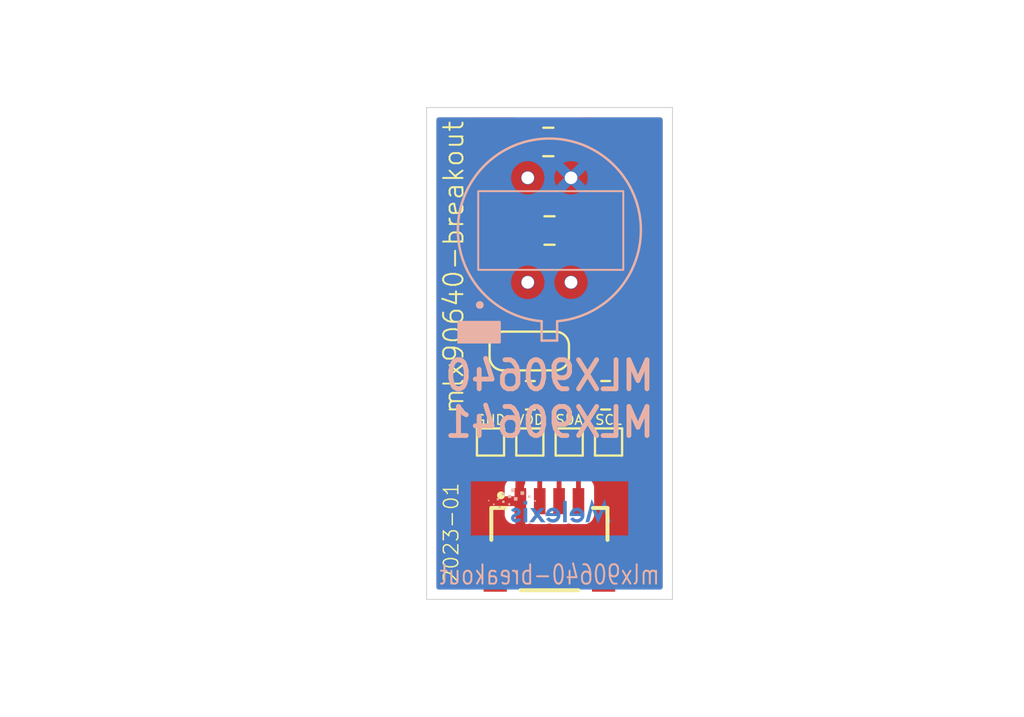
<source format=kicad_pcb>
(kicad_pcb (version 20211014) (generator pcbnew)
  (layers (0 "F.Cu" signal) (31 "B.Cu" signal) (34 "B.Paste" user) (35 "F.Paste" user) (36 "B.SilkS" user "B.Silkscreen") (37 "F.SilkS" user "F.Silkscreen") (38 "B.Mask" user) (39 "F.Mask" user) (44 "Edge.Cuts" user))
  (net 0 "")
  (net 1 "/VDD")
  (net 2 "/SDA")
  (net 3 "/SCL")
  (net 4 "/GND")
  (net 5 "Net-(JP1-Pad1)")
  (net 6 "Net-(JP1-Pad3)")
  (footprint "Resistor_SMD:R_0805_2012Metric" (layer "F.Cu") (at 113.847499 72.959001)
    (fp_text reference "R1" hide)
    (fp_text value "4K7")
    (fp_line (start -0.227064 -0.735) (end 0.227064 -0.735) (layer "F.SilkS") (width 0.12))
    (fp_line (start -0.227064 0.735) (end 0.227064 0.735) (layer "F.SilkS") (width 0.12))
    (pad "1" smd roundrect (at -0.9125 0) (size 1.025 1.4) (layers "F.Cu" "F.Paste" "F.Mask") (roundrect_rratio 0.243902439) (net 6 "Net-(JP1-Pad3)"))
    (pad "2" smd roundrect (at 0.9125 0) (size 1.025 1.4) (layers "F.Cu" "F.Paste" "F.Mask") (roundrect_rratio 0.243902439) (net 3 "/SCL"))
  )
  (footprint "TestPoint:TestPoint_Pad_1.0x1.0mm" (layer "F.Cu") (at 113.997999 75.372001)
    (fp_text reference "SCL" (at 0 -1.143) (layer "F.SilkS") (effects (font (size 0.5 0.5) (thickness 0.075))))
    (fp_text value "TestPoint")
    (fp_line (start 0.7 -0.7) (end 0.7 0.7) (layer "F.SilkS") (width 0.12))
    (fp_line (start 0.7 0.7) (end -0.7 0.7) (layer "F.SilkS") (width 0.12))
    (fp_line (start -0.7 0.7) (end -0.7 -0.7) (layer "F.SilkS") (width 0.12))
    (fp_line (start -0.7 -0.7) (end 0.7 -0.7) (layer "F.SilkS") (width 0.12))
    (pad "1" smd rect (at 0 0) (size 1 1) (layers "F.Cu" "F.Mask") (net 3 "/SCL"))
  )
  (footprint "TestPoint:TestPoint_Pad_1.0x1.0mm" (layer "F.Cu") (at 107.901999 75.372001)
    (fp_text reference "GND" (at 0 -1.143) (layer "F.SilkS") (effects (font (size 0.5 0.5) (thickness 0.075))))
    (fp_text value "TestPoint")
    (fp_line (start 0.7 0.7) (end -0.7 0.7) (layer "F.SilkS") (width 0.12))
    (fp_line (start 0.7 -0.7) (end 0.7 0.7) (layer "F.SilkS") (width 0.12))
    (fp_line (start -0.7 -0.7) (end 0.7 -0.7) (layer "F.SilkS") (width 0.12))
    (fp_line (start -0.7 0.7) (end -0.7 -0.7) (layer "F.SilkS") (width 0.12))
    (pad "1" smd rect (at 0 0) (size 1 1) (layers "F.Cu" "F.Mask") (net 4 "/GND"))
  )
  (footprint "Resistor_SMD:R_0805_2012Metric" (layer "F.Cu") (at 109.957499 72.959001)
    (fp_text reference "R2" hide)
    (fp_text value "4K7")
    (fp_line (start -0.227064 0.735) (end 0.227064 0.735) (layer "F.SilkS") (width 0.12))
    (fp_line (start -0.227064 -0.735) (end 0.227064 -0.735) (layer "F.SilkS") (width 0.12))
    (pad "1" smd roundrect (at -0.9125 0) (size 1.025 1.4) (layers "F.Cu" "F.Paste" "F.Mask") (roundrect_rratio 0.243902439) (net 5 "Net-(JP1-Pad1)"))
    (pad "2" smd roundrect (at 0.9125 0) (size 1.025 1.4) (layers "F.Cu" "F.Paste" "F.Mask") (roundrect_rratio 0.243902439) (net 2 "/SDA"))
  )
  (footprint "Capacitor_SMD:C_0805_2012Metric" (layer "F.Cu") (at 110.888999 59.878001)
    (fp_text reference "C1" hide)
    (fp_text value "100n")
    (fp_line (start -0.261252 -0.735) (end 0.261252 -0.735) (layer "F.SilkS") (width 0.12))
    (fp_line (start -0.261252 0.735) (end 0.261252 0.735) (layer "F.SilkS") (width 0.12))
    (pad "1" smd roundrect (at -0.95 0) (size 1 1.45) (layers "F.Cu" "F.Paste" "F.Mask") (net 1 "/VDD"))
    (pad "2" smd roundrect (at 0.95 0) (size 1 1.45) (layers "F.Cu" "F.Paste" "F.Mask") (net 4 "/GND"))
  )
  (footprint "melexis-temperature:QWIIC_STEMMA_QT" (layer "F.Cu") (at 110.943999 78.428001)
    (fp_text reference "J1" hide)
    (fp_text value "Conn_01x04_Male")
    (fp_line (start -3 2) (end -3 0.35) (layer "F.SilkS") (width 0.2032))
    (fp_line (start 3 0.35) (end 3 2) (layer "F.SilkS") (width 0.2032))
    (fp_line (start -3 0.35) (end -2.25 0.35) (layer "F.SilkS") (width 0.2032))
    (fp_line (start -1.5 4.6) (end 1.5 4.6) (layer "F.SilkS") (width 0.2032))
    (fp_line (start 2.25 0.35) (end 3 0.35) (layer "F.SilkS") (width 0.2032))
    (fp_circle (center -2.5 -0.3) (end -2.3984 -0.3) (layer "F.SilkS") (width 0.2032) (fill none))
    (pad "1" smd rect (at -1.5 0) (size 0.6 1.35) (layers "F.Cu" "F.Paste" "F.Mask") (net 4 "/GND"))
    (pad "2" smd rect (at -0.5 0) (size 0.6 1.35) (layers "F.Cu" "F.Paste" "F.Mask") (net 1 "/VDD"))
    (pad "3" smd rect (at 0.5 0) (size 0.6 1.35) (layers "F.Cu" "F.Paste" "F.Mask") (net 2 "/SDA"))
    (pad "4" smd rect (at 1.5 0) (size 0.6 1.35) (layers "F.Cu" "F.Paste" "F.Mask") (net 3 "/SCL"))
    (pad "NC1" smd rect (at 2.8 3.675) (size 1.2 2) (layers "F.Cu" "F.Paste" "F.Mask") (net 4 "/GND"))
    (pad "NC2" smd rect (at -2.8 3.675) (size 1.2 2) (layers "F.Cu" "F.Paste" "F.Mask") (net 4 "/GND"))
  )
  (footprint "TestPoint:TestPoint_Pad_1.0x1.0mm" (layer "F.Cu") (at 109.933999 75.372001)
    (fp_text reference "VDD" (at 0 -1.143) (layer "F.SilkS") (effects (font (size 0.5 0.5) (thickness 0.075))))
    (fp_text value "TestPoint")
    (fp_line (start 0.7 -0.7) (end 0.7 0.7) (layer "F.SilkS") (width 0.12))
    (fp_line (start 0.7 0.7) (end -0.7 0.7) (layer "F.SilkS") (width 0.12))
    (fp_line (start -0.7 0.7) (end -0.7 -0.7) (layer "F.SilkS") (width 0.12))
    (fp_line (start -0.7 -0.7) (end 0.7 -0.7) (layer "F.SilkS") (width 0.12))
    (pad "1" smd rect (at 0 0) (size 1 1) (layers "F.Cu" "F.Mask") (net 1 "/VDD"))
  )
  (footprint "my_footprints:mlx_logo_back" (layer "F.Cu") (at 110.939769 78.92903)
    (fp_text reference "G***" hide)
    (fp_text value "LOGO" hide)
    (fp_poly (pts (xy 0.89408 0.5842) (xy 0.71628 0.5842) (xy 0.71628 -0.508) (xy 0.89408 -0.508) (xy 0.89408 0.5842)) (layer "B.Cu") (width 0.01) (fill solid))
    (fp_poly (pts (xy -1.14808 -0.3302) (xy -1.33096 -0.3302) (xy -1.33096 -0.508) (xy -1.14808 -0.508) (xy -1.14808 -0.3302)) (layer "B.Cu") (width 0.01) (fill solid))
    (fp_poly (pts (xy -0.273195 -0.12319) (xy -0.322273 -0.060622) (xy -0.365166 -0.005698) (xy -0.402074 0.041844) (xy -0.433193 0.082264) (xy -0.458721 0.115824) (xy -0.478856 0.142786) (xy -0.493796 0.163412) (xy -0.503738 0.177962) (xy -0.508879 0.186698) (xy -0.509658 0.189698) (xy -0.505953 0.194814) (xy -0.496686 0.207169) (xy -0.48248 0.225944) (xy -0.463959 0.25032) (xy -0.441747 0.279476) (xy -0.416468 0.312592) (xy -0.388745 0.348849) (xy -0.361058 0.385006) (xy -0.33167 0.423412) (xy -0.304204 0.459413) (xy -0.279274 0.492196) (xy -0.257497 0.520947) (xy -0.239485 0.544852) (xy -0.225855 0.563098) (xy -0.217221 0.574872) (xy -0.214207 0.579316) (xy -0.218519 0.581011) (xy -0.232231 0.582382) (xy -0.254586 0.583394) (xy -0.284828 0.584011) (xy -0.318731 0.5842) (xy -0.424949 0.5842) (xy -0.518545 0.463835) (xy -0.542301 0.433278) (xy -0.564188 0.405111) (xy -0.583386 0.380393) (xy -0.599073 0.36018) (xy -0.61043 0.345528) (xy -0.616636 0.337496) (xy -0.617406 0.336488) (xy -0.620285 0.336212) (xy -0.625896 0.340275) (xy -0.634768 0.349291) (xy -0.647428 0.363876) (xy -0.664405 0.384643) (xy -0.686229 0.412208) (xy -0.713427 0.447186) (xy -0.72089 0.456852) (xy -0.819108 0.5842) (xy -0.925174 0.5842) (xy -0.956754 0.584026) (xy -0.984582 0.583541) (xy -1.00717 0.582798) (xy -1.023033 0.581851) (xy -1.030683 0.580752) (xy -1.031155 0.58039) (xy -1.028134 0.575721) (xy -1.019504 0.563802) (xy -1.005866 0.545428) (xy -0.987816 0.521392) (xy -0.965955 0.492488) (xy -0.94088 0.45951) (xy -0.91319 0.423251) (xy -0.883485 0.384507) (xy -0.881369 0.381753) (xy -0.846652 0.336498) (xy -0.817713 0.298583) (xy -0.794079 0.267336) (xy -0.775279 0.242087) (xy -0.760839 0.222165) (xy -0.750287 0.2069) (xy -0.743151 0.195621) (xy -0.738957 0.187657) (xy -0.737233 0.182339) (xy -0.737508 0.178994) (xy -0.737944 0.178226) (xy -0.742384 0.172347) (xy -0.752313 0.159368) (xy -0.767008 0.14023) (xy -0.785747 0.115871) (xy -0.807806 0.087232) (xy -0.832462 0.055253) (xy -0.858993 0.020872) (xy -0.86233 0.016548) (xy -0.888755 -0.017751) (xy -0.91312 -0.049518) (xy -0.934748 -0.077861) (xy -0.952963 -0.101887) (xy -0.967088 -0.120702) (xy -0.976447 -0.133415) (xy -0.980364 -0.139131) (xy -0.98044 -0.139335) (xy -0.975607 -0.140184) (xy -0.962088 -0.140916) (xy -0.941361 -0.141495) (xy -0.9149 -0.141883) (xy -0.88418 -0.142043) (xy -0.87249 -0.142038) (xy -0.76454 -0.141836) (xy -0.69596 -0.050901) (xy -0.676076 -0.024666) (xy -0.65823 -0.001372) (xy -0.643323 0.017827) (xy -0.632258 0.031772) (xy -0.625936 0.039309) (xy -0.62484 0.040313) (xy -0.621129 0.036564) (xy -0.612117 0.0259) (xy -0.598713 0.009447) (xy -0.581831 -0.01167) (xy -0.56238 -0.036327) (xy -0.55118 -0.050651) (xy -0.48006 -0.141894) (xy -0.369144 -0.142067) (xy -0.258227 -0.14224) (xy -0.273195 -0.12319)) (layer "B.Cu") (width 0.01) (fill solid))
    (fp_poly (pts (xy 2.86263 -0.593453) (xy 2.862972 -0.593122) (xy 2.864557 -0.587983) (xy 2.868556 -0.573622) (xy 2.874806 -0.550643) (xy 2.883148 -0.519654) (xy 2.89342 -0.48126) (xy 2.90546 -0.436067) (xy 2.919109 -0.38468) (xy 2.934205 -0.327705) (xy 2.950586 -0.265749) (xy 2.968093 -0.199418) (xy 2.986564 -0.129316) (xy 3.005838 -0.05605) (xy 3.019387 -0.00448) (xy 3.173301 0.58166) (xy 3.086898 0.583053) (xy 3.058241 0.583292) (xy 3.033189 0.583076) (xy 3.013479 0.582455) (xy 3.000848 0.581479) (xy 2.997037 0.580513) (xy 2.995191 0.575039) (xy 2.991024 0.560559) (xy 2.984759 0.537906) (xy 2.976617 0.507911) (xy 2.966823 0.471405) (xy 2.955598 0.42922) (xy 2.943165 0.382186) (xy 2.929747 0.331136) (xy 2.915567 0.276901) (xy 2.910593 0.25781) (xy 2.896232 0.20281) (xy 2.882573 0.150816) (xy 2.869836 0.102645) (xy 2.858241 0.059114) (xy 2.848008 0.021043) (xy 2.839359 -0.010753) (xy 2.832512 -0.035454) (xy 2.827688 -0.052243) (xy 2.825107 -0.060302) (xy 2.824773 -0.060909) (xy 2.822402 -0.056334) (xy 2.816426 -0.043109) (xy 2.807156 -0.02196) (xy 2.794901 0.006388) (xy 2.779971 0.041209) (xy 2.762677 0.081778) (xy 2.743329 0.127368) (xy 2.722236 0.177255) (xy 2.699709 0.230712) (xy 2.676058 0.287014) (xy 2.674817 0.289974) (xy 2.651089 0.346471) (xy 2.628449 0.400211) (xy 2.607209 0.450463) (xy 2.587683 0.496495) (xy 2.570183 0.537574) (xy 2.555021 0.57297) (xy 2.54251 0.601949) (xy 2.532962 0.623782) (xy 2.526691 0.637735) (xy 2.524009 0.643077) (xy 2.523978 0.643103) (xy 2.519988 0.6403) (xy 2.51405 0.630586) (xy 2.510785 0.62369) (xy 2.507261 0.615449) (xy 2.500138 0.598656) (xy 2.48976 0.574123) (xy 2.47647 0.54266) (xy 2.46061 0.505081) (xy 2.442522 0.462196) (xy 2.42255 0.41482) (xy 2.401036 0.363762) (xy 2.378323 0.309835) (xy 2.361905 0.270842) (xy 2.331184 0.198097) (xy 2.304221 0.134733) (xy 2.280994 0.080699) (xy 2.26148 0.035948) (xy 2.245657 0.000427) (xy 2.233504 -0.025911) (xy 2.224998 -0.043118) (xy 2.220117 -0.051242) (xy 2.2189 -0.051738) (xy 2.217014 -0.045396) (xy 2.21283 -0.030094) (xy 2.206579 -0.006713) (xy 2.198493 0.023867) (xy 2.188802 0.060766) (xy 2.177738 0.103102) (xy 2.165531 0.149997) (xy 2.152414 0.200569) (xy 2.138618 0.253938) (xy 2.138602 0.254) (xy 2.124739 0.307655) (xy 2.111512 0.358739) (xy 2.099157 0.40634) (xy 2.087914 0.449546) (xy 2.078021 0.487446) (xy 2.069714 0.51913) (xy 2.063232 0.543685) (xy 2.058812 0.5602) (xy 2.056717 0.56769) (xy 2.051532 0.5842) (xy 1.874326 0.5842) (xy 1.877207 0.57277) (xy 1.885965 0.538305) (xy 1.89649 0.497364) (xy 1.908593 0.450665) (xy 1.922079 0.398924) (xy 1.936759 0.342861) (xy 1.952441 0.283193) (xy 1.968932 0.220637) (xy 1.986042 0.155912) (xy 2.003578 0.089735) (xy 2.021349 0.022824) (xy 2.039163 -0.044102) (xy 2.056829 -0.110327) (xy 2.074155 -0.175132) (xy 2.090949 -0.237799) (xy 2.10702 -0.297611) (xy 2.122177 -0.35385) (xy 2.136226 -0.405798) (xy 2.148978 -0.452737) (xy 2.160239 -0.49395) (xy 2.169819 -0.528718) (xy 2.177526 -0.556323) (xy 2.183169 -0.576048) (xy 2.186555 -0.587176) (xy 2.187484 -0.589463) (xy 2.190086 -0.584521) (xy 2.196291 -0.570887) (xy 2.205806 -0.54925) (xy 2.218335 -0.520299) (xy 2.233586 -0.484725) (xy 2.251263 -0.443218) (xy 2.271073 -0.396468) (xy 2.292722 -0.345163) (xy 2.315915 -0.289995) (xy 2.340359 -0.231653) (xy 2.356923 -0.19201) (xy 2.381971 -0.132127) (xy 2.405935 -0.075089) (xy 2.428523 -0.021574) (xy 2.449446 0.027744) (xy 2.468413 0.072187) (xy 2.485135 0.11108) (xy 2.49932 0.143748) (xy 2.510679 0.169513) (xy 2.518921 0.1877) (xy 2.523757 0.197633) (xy 2.524948 0.199332) (xy 2.527356 0.194162) (xy 2.533378 0.180336) (xy 2.54271 0.15857) (xy 2.555048 0.129582) (xy 2.57009 0.09409) (xy 2.58753 0.052811) (xy 2.607067 0.006464) (xy 2.628396 -0.044235) (xy 2.651215 -0.098568) (xy 2.675218 -0.155817) (xy 2.682298 -0.17272) (xy 2.712694 -0.245304) (xy 2.739408 -0.309081) (xy 2.762681 -0.364616) (xy 2.782758 -0.412474) (xy 2.79988 -0.453219) (xy 2.81429 -0.487415) (xy 2.826232 -0.515629) (xy 2.835946 -0.538423) (xy 2.843677 -0.556363) (xy 2.849667 -0.570014) (xy 2.854158 -0.579939) (xy 2.857394 -0.586704) (xy 2.859616 -0.590873) (xy 2.861068 -0.593011) (xy 2.861991 -0.593683) (xy 2.86263 -0.593453)) (layer "B.Cu") (width 0.01) (fill solid))
    (fp_poly (pts (xy -1.685282 -0.158374) (xy -1.65505 -0.154048) (xy -1.628072 -0.145725) (xy -1.600995 -0.132413) (xy -1.574833 -0.116055) (xy -1.541852 -0.088537) (xy -1.516175 -0.055792) (xy -1.497935 -0.019235) (xy -1.487263 0.019721) (xy -1.48429 0.059663) (xy -1.489148 0.099175) (xy -1.50197 0.136845) (xy -1.522885 0.171259) (xy -1.545809 0.195739) (xy -1.554275 0.20285) (xy -1.563785 0.209868) (xy -1.575375 0.217349) (xy -1.590081 0.22585) (xy -1.60894 0.235926) (xy -1.632988 0.248134) (xy -1.663263 0.26303) (xy -1.7008 0.281169) (xy -1.740621 0.300235) (xy -1.773809 0.318483) (xy -1.796881 0.33674) (xy -1.809881 0.355094) (xy -1.812853 0.373632) (xy -1.805841 0.39244) (xy -1.794396 0.406439) (xy -1.769466 0.424601) (xy -1.74046 0.434374) (xy -1.708891 0.435855) (xy -1.676272 0.42914) (xy -1.644115 0.414326) (xy -1.618007 0.395202) (xy -1.594129 0.374183) (xy -1.527315 0.406703) (xy -1.503308 0.418478) (xy -1.482491 0.42886) (xy -1.466616 0.436961) (xy -1.45743 0.441897) (xy -1.456011 0.442795) (xy -1.45612 0.448717) (xy -1.46227 0.460125) (xy -1.473231 0.475406) (xy -1.487774 0.49295) (xy -1.50467 0.511144) (xy -1.518115 0.524219) (xy -1.5601 0.556694) (xy -1.606402 0.581) (xy -1.655585 0.59674) (xy -1.706208 0.603517) (xy -1.756835 0.600932) (xy -1.779804 0.596473) (xy -1.82227 0.581668) (xy -1.862931 0.558997) (xy -1.899712 0.530088) (xy -1.930536 0.496566) (xy -1.952906 0.460919) (xy -1.967404 0.421451) (xy -1.974115 0.3798) (xy -1.972518 0.339375) (xy -1.971937 0.335847) (xy -1.961736 0.297969) (xy -1.944748 0.263508) (xy -1.920376 0.231891) (xy -1.888023 0.202543) (xy -1.847091 0.17489) (xy -1.796983 0.148357) (xy -1.759514 0.131568) (xy -1.721888 0.114771) (xy -1.693248 0.099807) (xy -1.672733 0.086021) (xy -1.659478 0.072755) (xy -1.652622 0.059355) (xy -1.651162 0.049196) (xy -1.654124 0.030798) (xy -1.663979 0.017688) (xy -1.681464 0.009414) (xy -1.707313 0.005523) (xy -1.723042 0.00508) (xy -1.74513 0.006453) (xy -1.765568 0.011249) (xy -1.787116 0.020476) (xy -1.812534 0.035146) (xy -1.822407 0.041461) (xy -1.854114 0.062097) (xy -1.905432 0.017078) (xy -1.925378 -0.000351) (xy -1.943378 -0.015953) (xy -1.957639 -0.028184) (xy -1.96637 -0.035498) (xy -1.967161 -0.03613) (xy -1.971924 -0.040441) (xy -1.972871 -0.04457) (xy -1.968914 -0.050193) (xy -1.958965 -0.058987) (xy -1.945097 -0.070118) (xy -1.909326 -0.096021) (xy -1.870436 -0.119899) (xy -1.832155 -0.139576) (xy -1.810606 -0.148621) (xy -1.794708 -0.153881) (xy -1.778792 -0.157232) (xy -1.759899 -0.159043) (xy -1.735072 -0.159687) (xy -1.72212 -0.159697) (xy -1.685282 -0.158374)) (layer "B.Cu") (width 0.01) (fill solid))
    (fp_poly (pts (xy 0.226121 -0.161346) (xy 0.247428 -0.158881) (xy 0.270333 -0.154299) (xy 0.276162 -0.15293) (xy 0.333196 -0.134188) (xy 0.386253 -0.106657) (xy 0.434415 -0.071237) (xy 0.47676 -0.028827) (xy 0.512369 0.019672) (xy 0.540322 0.07336) (xy 0.557286 0.12208) (xy 0.563155 0.152951) (xy 0.56624 0.190231) (xy 0.566586 0.230572) (xy 0.564239 0.270623) (xy 0.559243 0.307037) (xy 0.554523 0.327431) (xy 0.533057 0.385059) (xy 0.503271 0.437724) (xy 0.465982 0.484619) (xy 0.422004 0.524936) (xy 0.372154 0.557869) (xy 0.317247 0.582613) (xy 0.28702 0.591961) (xy 0.258274 0.597426) (xy 0.223166 0.600925) (xy 0.185323 0.602356) (xy 0.148369 0.601615) (xy 0.115931 0.598598) (xy 0.10695 0.597107) (xy 0.05025 0.582065) (xy -0.004158 0.559421) (xy -0.054566 0.530213) (xy -0.099264 0.49548) (xy -0.136544 0.456261) (xy -0.146545 0.443049) (xy -0.157786 0.427263) (xy -0.097943 0.382224) (xy -0.076296 0.365998) (xy -0.057209 0.351815) (xy -0.042308 0.340873) (xy -0.033217 0.334371) (xy -0.031544 0.333265) (xy -0.024277 0.334789) (xy -0.011203 0.344467) (xy 0.007551 0.362205) (xy 0.007809 0.362465) (xy 0.044957 0.394276) (xy 0.084553 0.4167) (xy 0.127981 0.430453) (xy 0.144579 0.433385) (xy 0.190654 0.435631) (xy 0.2352 0.429448) (xy 0.276823 0.4155) (xy 0.31413 0.394449) (xy 0.345727 0.366958) (xy 0.370221 0.33369) (xy 0.375574 0.323518) (xy 0.383925 0.305216) (xy 0.390664 0.28856) (xy 0.39406 0.27813) (xy 0.397341 0.26416) (xy -0.194242 0.26416) (xy -0.190719 0.21971) (xy -0.183046 0.157432) (xy -0.172387 0.112216) (xy 0.01016 0.112216) (xy 0.015087 0.113364) (xy 0.029258 0.114387) (xy 0.051757 0.115263) (xy 0.08167 0.115969) (xy 0.11808 0.11648) (xy 0.160072 0.116775) (xy 0.19317 0.11684) (xy 0.37618 0.11684) (xy 0.368589 0.10216) (xy 0.356757 0.084975) (xy 0.339024 0.065772) (xy 0.318408 0.047394) (xy 0.29793 0.032685) (xy 0.29019 0.028333) (xy 0.249187 0.012939) (xy 0.205757 0.006075) (xy 0.161971 0.007644) (xy 0.119901 0.017548) (xy 0.081618 0.035692) (xy 0.077632 0.038249) (xy 0.063529 0.049117) (xy 0.048023 0.063451) (xy 0.033034 0.079145) (xy 0.020482 0.094093) (xy 0.01229 0.10619) (xy 0.01016 0.112216) (xy -0.172387 0.112216) (xy -0.170126 0.102626) (xy -0.151281 0.05369) (xy -0.125834 0.009021) (xy -0.093107 -0.032982) (xy -0.0762 -0.051057) (xy -0.031079 -0.09115) (xy 0.016625 -0.121771) (xy 0.06799 -0.143398) (xy 0.124093 -0.156506) (xy 0.17272 -0.161162) (xy 0.202517 -0.162003) (xy 0.226121 -0.161346)) (layer "B.Cu") (width 0.01) (fill solid))
    (fp_poly (pts (xy 1.498191 -0.157036) (xy 1.50622 -0.155514) (xy 1.560219 -0.139538) (xy 1.612535 -0.114662) (xy 1.661141 -0.082141) (xy 1.70401 -0.043229) (xy 1.723078 -0.021245) (xy 1.756934 0.027075) (xy 1.781525 0.07587) (xy 1.797627 0.127165) (xy 1.806016 0.182989) (xy 1.807011 0.19812) (xy 1.805929 0.262403) (xy 1.795818 0.322175) (xy 1.77649 0.377937) (xy 1.747754 0.430189) (xy 1.70942 0.479434) (xy 1.694069 0.495678) (xy 1.67219 0.516853) (xy 1.653039 0.532692) (xy 1.633025 0.545815) (xy 1.608556 0.558841) (xy 1.605169 0.560513) (xy 1.581121 0.571606) (xy 1.556544 0.581768) (xy 1.535203 0.589489) (xy 1.52654 0.592063) (xy 1.497064 0.597591) (xy 1.461275 0.601061) (xy 1.422827 0.602375) (xy 1.385374 0.601436) (xy 1.352573 0.598145) (xy 1.345359 0.596912) (xy 1.282185 0.579925) (xy 1.223284 0.553872) (xy 1.201265 0.541088) (xy 1.177404 0.524361) (xy 1.151538 0.50321) (xy 1.126475 0.480184) (xy 1.105019 0.457833) (xy 1.092243 0.442021) (xy 1.082029 0.427676) (xy 1.141724 0.382384) (xy 1.163328 0.366066) (xy 1.182397 0.3518) (xy 1.197305 0.340791) (xy 1.206428 0.334244) (xy 1.208121 0.333128) (xy 1.215267 0.334517) (xy 1.228348 0.343738) (xy 1.247493 0.360884) (xy 1.252095 0.365305) (xy 1.28455 0.393374) (xy 1.316449 0.41326) (xy 1.350557 0.42638) (xy 1.385105 0.43353) (xy 1.432848 0.435815) (xy 1.478403 0.429092) (xy 1.520604 0.413935) (xy 1.558288 0.390915) (xy 1.59029 0.360606) (xy 1.615447 0.32358) (xy 1.617769 0.319076) (xy 1.623896 0.307524) (xy 1.629348 0.297699) (xy 1.633434 0.289463) (xy 1.635463 0.282677) (xy 1.634745 0.277203) (xy 1.630587 0.272902) (xy 1.622299 0.269636) (xy 1.60919 0.267266) (xy 1.590569 0.265655) (xy 1.565744 0.264663) (xy 1.534026 0.264153) (xy 1.494723 0.263985) (xy 1.447143 0.264021) (xy 1.390597 0.264123) (xy 1.34366 0.26416) (xy 1.28175 0.264145) (xy 1.229231 0.264086) (xy 1.185332 0.263959) (xy 1.149283 0.263741) (xy 1.120313 0.263409) (xy 1.097653 0.262938) (xy 1.080533 0.262306) (xy 1.068182 0.261489) (xy 1.059832 0.260464) (xy 1.05471 0.259208) (xy 1.052048 0.257696) (xy 1.051076 0.255906) (xy 1.050996 0.25527) (xy 1.051745 0.19228) (xy 1.061716 0.131667) (xy 1.067617 0.113491) (xy 1.24968 0.113491) (xy 1.254571 0.114259) (xy 1.268488 0.114966) (xy 1.290298 0.115589) (xy 1.318868 0.116109) (xy 1.353064 0.116505) (xy 1.391752 0.116755) (xy 1.43256 0.11684) (xy 1.474526 0.116756) (xy 1.513101 0.116518) (xy 1.547152 0.116144) (xy 1.575544 0.115656) (xy 1.597144 0.11507) (xy 1.610819 0.114408) (xy 1.61544 0.11371) (xy 1.612245 0.106611) (xy 1.603994 0.094663) (xy 1.592686 0.080329) (xy 1.580319 0.06607) (xy 1.568895 0.05435) (xy 1.563392 0.049613) (xy 1.52529 0.026382) (xy 1.484406 0.011743) (xy 1.442187 0.005534) (xy 1.400081 0.007589) (xy 1.359534 0.017744) (xy 1.321994 0.035835) (xy 1.288909 0.061697) (xy 1.270251 0.082896) (xy 1.259846 0.09714) (xy 1.252448 0.108152) (xy 1.24968 0.113491) (xy 1.067617 0.113491) (xy 1.080343 0.074293) (xy 1.107061 0.021021) (xy 1.141307 -0.027288) (xy 1.182515 -0.069771) (xy 1.230121 -0.105566) (xy 1.28356 -0.13381) (xy 1.31318 -0.145131) (xy 1.355702 -0.155714) (xy 1.403316 -0.161365) (xy 1.452114 -0.161876) (xy 1.498191 -0.157036)) (layer "B.Cu") (width 0.01) (fill solid))
    (fp_poly (pts (xy -1.14808 0.5842) (xy -1.33096 0.5842) (xy -1.33096 -0.14224) (xy -1.14808 -0.14224) (xy -1.14808 0.5842)) (layer "B.Cu") (width 0.01) (fill solid))
    (fp_poly (pts (xy -1.977255 -0.74041) (xy -1.975849 -0.66548) (xy -2.128792 -0.66548) (xy -2.12598 -0.81534) (xy -1.97866 -0.81534) (xy -1.977255 -0.74041)) (layer "B.SilkS") (width 0.01) (fill solid))
    (fp_poly (pts (xy -0.69596 -0.47752) (xy -0.77216 -0.47752) (xy -0.77216 -0.55372) (xy -0.69596 -0.55372) (xy -0.69596 -0.47752)) (layer "B.SilkS") (width 0.01) (fill solid))
    (fp_poly (pts (xy -0.98044 -0.68072) (xy -1.0922 -0.68072) (xy -1.0922 -0.79248) (xy -0.98044 -0.79248) (xy -0.98044 -0.68072)) (layer "B.SilkS") (width 0.01) (fill solid))
    (fp_poly (pts (xy -2.60096 -0.54864) (xy -2.70764 -0.54864) (xy -2.70764 -0.65024) (xy -2.60096 -0.65024) (xy -2.60096 -0.54864)) (layer "B.SilkS") (width 0.01) (fill solid))
    (fp_poly (pts (xy -1.64592 -0.5334) (xy -1.82372 -0.5334) (xy -1.82372 -0.7112) (xy -1.64592 -0.7112) (xy -1.64592 -0.5334)) (layer "B.SilkS") (width 0.01) (fill solid))
    (fp_poly (pts (xy -2.312519 -0.87503) (xy -2.31394 -0.81026) (xy -2.37871 -0.808839) (xy -2.44348 -0.807417) (xy -2.44348 -0.9398) (xy -2.311097 -0.9398) (xy -2.312519 -0.87503)) (layer "B.SilkS") (width 0.01) (fill solid))
    (fp_poly (pts (xy -2.28092 -0.09144) (xy -2.32664 -0.09144) (xy -2.32664 -0.13716) (xy -2.28092 -0.13716) (xy -2.28092 -0.09144)) (layer "B.SilkS") (width 0.01) (fill solid))
    (fp_poly (pts (xy -3.10388 -0.49784) (xy -3.16484 -0.49784) (xy -3.16484 -0.5588) (xy -3.10388 -0.5588) (xy -3.10388 -0.49784)) (layer "B.SilkS") (width 0.01) (fill solid))
    (fp_poly (pts (xy -2.82956 -0.29972) (xy -2.90576 -0.29972) (xy -2.90576 -0.37592) (xy -2.82956 -0.37592) (xy -2.82956 -0.29972)) (layer "B.SilkS") (width 0.01) (fill solid))
    (fp_poly (pts (xy -2.02692 -0.29464) (xy -2.11836 -0.29464) (xy -2.11836 -0.39116) (xy -2.02692 -0.39116) (xy -2.02692 -0.29464)) (layer "B.SilkS") (width 0.01) (fill solid))
    (fp_poly (pts (xy -1.306713 -0.915788) (xy -1.3081 -0.8255) (xy -1.395844 -0.82411) (xy -1.429219 -0.823746) (xy -1.453655 -0.823914) (xy -1.470361 -0.824684) (xy -1.480546 -0.826128) (xy -1.485421 -0.828315) (xy -1.486145 -0.829385) (xy -1.486922 -0.836507) (xy -1.487432 -0.851929) (xy -1.487651 -0.87379) (xy -1.487555 -0.900235) (xy -1.487301 -0.919676) (xy -1.4859 -1.0033) (xy -1.395613 -1.004688) (xy -1.305325 -1.006076) (xy -1.306713 -0.915788)) (layer "B.SilkS") (width 0.01) (fill solid))
    (fp_poly (pts (xy -2.31648 -0.41148) (xy -2.42824 -0.41148) (xy -2.42824 -0.52832) (xy -2.31648 -0.52832) (xy -2.31648 -0.41148)) (layer "B.SilkS") (width 0.01) (fill solid))
    (fp_poly (pts (xy -1.778 -0.97536) (xy -1.9558 -0.97536) (xy -1.9558 -1.15316) (xy -1.778 -1.15316) (xy -1.778 -0.97536)) (layer "B.SilkS") (width 0.01) (fill solid))
    (fp_poly (pts (xy -2.51968 -0.13716) (xy -2.62128 -0.13716) (xy -2.62128 -0.23876) (xy -2.51968 -0.23876) (xy -2.51968 -0.13716)) (layer "B.SilkS") (width 0.01) (fill solid))
  )
  (footprint "Capacitor_SMD:C_0805_2012Metric" (layer "F.Cu") (at 110.949999 64.450001)
    (fp_text reference "C2" hide)
    (fp_text value "10u")
    (fp_line (start -0.261252 -0.735) (end 0.261252 -0.735) (layer "F.SilkS") (width 0.12))
    (fp_line (start -0.261252 0.735) (end 0.261252 0.735) (layer "F.SilkS") (width 0.12))
    (pad "1" smd roundrect (at -0.95 0) (size 1 1.45) (layers "F.Cu" "F.Paste" "F.Mask") (net 1 "/VDD"))
    (pad "2" smd roundrect (at 0.95 0) (size 1 1.45) (layers "F.Cu" "F.Paste" "F.Mask") (net 4 "/GND"))
  )
  (footprint "TestPoint:TestPoint_Pad_1.0x1.0mm" (layer "F.Cu") (at 111.965999 75.372001)
    (fp_text reference "SDA" (at 0 -1.143) (layer "F.SilkS") (effects (font (size 0.5 0.5) (thickness 0.075))))
    (fp_text value "TestPoint")
    (fp_line (start 0.7 0.7) (end -0.7 0.7) (layer "F.SilkS") (width 0.12))
    (fp_line (start -0.7 -0.7) (end 0.7 -0.7) (layer "F.SilkS") (width 0.12))
    (fp_line (start -0.7 0.7) (end -0.7 -0.7) (layer "F.SilkS") (width 0.12))
    (fp_line (start 0.7 -0.7) (end 0.7 0.7) (layer "F.SilkS") (width 0.12))
    (pad "1" smd rect (at 0 0) (size 1 1) (layers "F.Cu" "F.Mask") (net 2 "/SDA"))
  )
  (footprint "Jumper:SolderJumper-3_P1.3mm_Bridged12_RoundedPad1.0x1.5mm_NumberLabels" (layer "F.Cu") (at 109.903999 70.673001)
    (fp_text reference "JP1" hide)
    (fp_text value "SolderJumper_3_Bridged123")
    (fp_poly (pts (xy 0.3 -0.3) (xy 0.8 -0.3) (xy 0.8 0.3) (xy 0.3 0.3)) (layer "F.Cu") (width 0) (fill solid))
    (fp_poly (pts (xy -0.9 -0.3) (xy -0.4 -0.3) (xy -0.4 0.3) (xy -0.9 0.3)) (layer "F.Cu") (width 0) (fill solid))
    (fp_line (start -1.4 -1) (end 1.4 -1) (layer "F.SilkS") (width 0.12))
    (fp_line (start 1.4 1) (end -1.4 1) (layer "F.SilkS") (width 0.12))
    (fp_line (start 2.05 -0.3) (end 2.05 0.3) (layer "F.SilkS") (width 0.12))
    (fp_line (start -2.05 0.3) (end -2.05 -0.3) (layer "F.SilkS") (width 0.12))
    (fp_arc (start -2.05 -0.3) (mid -1.844975 -0.794975) (end -1.35 -1) (layer "F.SilkS") (width 0.12))
    (fp_arc (start 2.05 0.3) (mid 1.844975 0.794975) (end 1.35 1) (layer "F.SilkS") (width 0.12))
    (fp_arc (start 1.35 -1) (mid 1.844975 -0.794975) (end 2.05 -0.3) (layer "F.SilkS") (width 0.12))
    (fp_arc (start -1.35 1) (mid -1.844975 0.794975) (end -2.05 0.3) (layer "F.SilkS") (width 0.12))
    (pad "1" smd custom (at -1.3 0) (size 1 0.5) (layers "F.Cu" "F.Mask") (net 5 "Net-(JP1-Pad1)") (options (clearance outline) (anchor rect)) (primitives (gr_poly (pts (xy 0.55 0.75) (xy 0 0.75) (xy 0 -0.75) (xy 0.55 -0.75)) (width 0) (fill yes)) (gr_circle (center 0 0.25) (end 0.5 0.25) (width 0) (fill yes)) (gr_circle (center 0 -0.25) (end 0.5 -0.25) (width 0) (fill yes))))
    (pad "2" smd rect (at 0 0) (size 1 1.5) (layers "F.Cu" "F.Mask") (net 1 "/VDD"))
    (pad "3" smd custom (at 1.3 0) (size 1 0.5) (layers "F.Cu" "F.Mask") (net 6 "Net-(JP1-Pad3)") (options (clearance outline) (anchor rect)) (primitives (gr_circle (center 0 0.25) (end 0.5 0.25) (width 0) (fill yes)) (gr_circle (center 0 -0.25) (end 0.5 -0.25) (width 0) (fill yes)) (gr_poly (pts (xy 0 0.75) (xy -0.55 0.75) (xy -0.55 -0.75) (xy 0 -0.75)) (width 0) (fill yes))))
  )
  (footprint "melexis-temperature:mlx90640_41" (layer "B.Cu") (at 110.949999 64.450001)
    (fp_text reference "U1" hide)
    (fp_text value "MLX90640")
    (fp_circle (center -1.124989 -2.721208) (end -1.124889 -2.721208) (layer "F.Cu") (width 1.6) (fill none))
    (fp_circle (center 1.109882 2.674248) (end 1.109982 2.674248) (layer "F.Cu") (width 1.6) (fill none))
    (fp_circle (center 1.109881 -2.721205) (end 1.109891 -2.721205) (layer "F.Cu") (width 1.6) (fill none))
    (fp_circle (center -1.123955 2.67674) (end -1.122955 2.67674) (layer "F.Cu") (width 1.6) (fill none))
    (fp_line (start -0.407764 5.684248) (end 0.392661 5.684238) (layer "B.SilkS") (width 0.127))
    (fp_line (start -0.407764 5.684248) (end -0.407773 4.684447) (layer "B.SilkS") (width 0.127))
    (fp_line (start 0.392653 4.684436) (end 0.392661 5.684238) (layer "B.SilkS") (width 0.127))
    (fp_rect (start -4.7 5.775) (end -2.575 4.725) (layer "B.SilkS") (width 0.12) (fill solid))
    (fp_arc (start -0.407773 4.684447) (mid -0.00769 -4.749226) (end 0.392653 4.684436) (layer "B.SilkS") (width 0.127))
    (fp_circle (center -3.600272 3.845936) (end -3.507884 3.807668) (layer "B.SilkS") (width 0.2) (fill none))
    (pad "1" thru_hole custom (at -1.123955 2.67674) (size 0.7 0.7) (drill 0.65) (layers *.Cu *.Mask) (net 2 "/SDA") (options (clearance outline) (anchor circle)) (primitives))
    (pad "2" thru_hole circle (at -1.124989 -2.721208) (size 0.7 0.7) (drill 0.65) (layers *.Cu *.Mask) (net 1 "/VDD"))
    (pad "3" thru_hole circle (at 1.109881 -2.721205) (size 0.7 0.7) (drill 0.65) (layers *.Cu *.Mask) (net 4 "/GND"))
    (pad "4" thru_hole circle (at 1.109882 2.674248) (size 0.7 0.7) (drill 0.65) (layers *.Cu *.Mask) (net 3 "/SCL"))
  )
  (gr_rect (start 107.266999 62.418001) (end 114.759999 66.482001) (layer "B.SilkS") (width 0.1) (fill none))
  (gr_line (start 104.599999 58.100001) (end 117.299999 58.100001) (layer "Edge.Cuts") (width 0.05))
  (gr_line (start 117.299999 58.100001) (end 117.299999 83.500001) (layer "Edge.Cuts") (width 0.05))
  (gr_line (start 104.599999 58.100001) (end 104.599999 83.500001) (layer "Edge.Cuts") (width 0.05))
  (gr_line (start 104.599999 83.500001) (end 117.299999 83.500001) (layer "Edge.Cuts") (width 0.05))
  (gr_text "MLX90641" (at 110.949999 74.356001) (layer "B.SilkS") (effects (font (size 1.5 1.4) (thickness 0.25)) (justify mirror)))
  (gr_text "mlx90640-breakout" (at 110.949999 82.230001) (layer "B.SilkS") (effects (font (size 1 0.75) (thickness 0.1)) (justify mirror)))
  (gr_text "MLX90640" (at 110.949999 71.943001) (layer "B.SilkS") (effects (font (size 1.5 1.4) (thickness 0.25)) (justify mirror)))
  (gr_text "2023-01" (at 105.869999 80.071001 90) (layer "F.SilkS") (effects (font (size 0.75 0.75) (thickness 0.075))))
  (gr_text "mlx90640-breakout" (at 105.996999 66.355001 90) (layer "F.SilkS") (effects (font (size 1 1) (thickness 0.1))))
  (segment (start 109.761855 64.088581) (end 109.761855 61.752273) (width 0.25) (layer "F.Cu") (net 1))
  (segment (start 109.82501 61.728793) (end 109.82501 59.99199) (width 0.25) (layer "F.Cu") (net 1))
  (segment (start 110.443999 76.517001) (end 109.933999 76.007001) (width 0.25) (layer "F.Cu") (net 1))
  (segment (start 110.443999 78.428001) (end 110.443999 76.517001) (width 0.25) (layer "F.Cu") (net 1))
  (segment (start 109.82501 59.99199) (end 109.938999 59.878001) (width 0.25) (layer "F.Cu") (net 1))
  (segment (start 109.933999 69.657001) (end 108.252271 67.975273) (width 0.25) (layer "F.Cu") (net 1))
  (segment (start 109.933999 76.007001) (end 109.933999 69.657001) (width 0.25) (layer "F.Cu") (net 1))
  (segment (start 108.252271 65.598165) (end 109.761855 64.088581) (width 0.25) (layer "F.Cu") (net 1))
  (segment (start 108.252271 67.975273) (end 108.252271 65.598165) (width 0.25) (layer "F.Cu") (net 1))
  (segment (start 111.993999 74.074001) (end 113.345672 74.074001) (width 0.25) (layer "F.Cu") (net 2))
  (segment (start 113.870999 73.548674) (end 113.870999 71.204635) (width 0.25) (layer "F.Cu") (net 2))
  (segment (start 113.345672 74.074001) (end 113.870999 73.548674) (width 0.25) (layer "F.Cu") (net 2))
  (segment (start 113.870999 71.204635) (end 109.833366 67.167002) (width 0.25) (layer "F.Cu") (net 2))
  (segment (start 111.965999 74.055001) (end 111.965999 75.372001) (width 0.25) (layer "F.Cu") (net 2))
  (segment (start 111.443999 77.037001) (end 111.993999 76.487001) (width 0.25) (layer "F.Cu") (net 2))
  (segment (start 110.869999 72.959001) (end 111.965999 74.055001) (width 0.25) (layer "F.Cu") (net 2))
  (segment (start 111.443999 78.428001) (end 111.443999 77.037001) (width 0.25) (layer "F.Cu") (net 2))
  (segment (start 111.993999 76.487001) (end 111.993999 74.074001) (width 0.25) (layer "F.Cu") (net 2))
  (segment (start 112.067203 68.361205) (end 112.067203 67.16451) (width 0.25) (layer "F.Cu") (net 3))
  (segment (start 112.443999 76.672001) (end 112.981999 76.134001) (width 0.25) (layer "F.Cu") (net 3))
  (segment (start 112.443999 78.428001) (end 112.443999 76.672001) (width 0.25) (layer "F.Cu") (net 3))
  (segment (start 112.981999 76.134001) (end 113.743999 76.134001) (width 0.25) (layer "F.Cu") (net 3))
  (segment (start 113.997999 74.483001) (end 114.759999 73.721001) (width 0.25) (layer "F.Cu") (net 3))
  (segment (start 113.743999 76.134001) (end 113.997999 75.880001) (width 0.25) (layer "F.Cu") (net 3))
  (segment (start 113.997999 75.880001) (end 113.997999 74.483001) (width 0.25) (layer "F.Cu") (net 3))
  (segment (start 114.759999 71.054001) (end 112.067203 68.361205) (width 0.25) (layer "F.Cu") (net 3))
  (segment (start 114.759999 73.721001) (end 114.759999 71.054001) (width 0.25) (layer "F.Cu") (net 3))
  (segment (start 107.901999 73.086001) (end 107.901999 74.483001) (width 0.25) (layer "F.Cu") (net 4))
  (segment (start 113.235999 59.497001) (end 112.854999 59.878001) (width 0.25) (layer "F.Cu") (net 4))
  (segment (start 106.250999 63.053001) (end 106.250999 63.281436) (width 0.25) (layer "F.Cu") (net 4))
  (segment (start 111.838999 64.297436) (end 112.067434 64.069001) (width 0.25) (layer "F.Cu") (net 4))
  (segment (start 108.143999 78.428001) (end 109.443999 78.428001) (width 0.25) (layer "F.Cu") (net 4))
  (segment (start 113.235999 58.735001) (end 113.235999 59.497001) (width 0.25) (layer "F.Cu") (net 4))
  (segment (start 112.067434 59.318871) (end 111.483564 58.735001) (width 0.25) (layer "F.Cu") (net 4))
  (segment (start 109.443999 78.428001) (end 108.163999 78.428001) (width 0.25) (layer "F.Cu") (net 4))
  (segment (start 107.901999 78.166001) (end 107.901999 74.483001) (width 0.25) (layer "F.Cu") (net 4))
  (segment (start 112.854999 59.878001) (end 111.838999 59.878001) (width 0.25) (layer "F.Cu") (net 4))
  (segment (start 108.143999 82.103001) (end 108.143999 78.428001) (width 0.25) (layer "F.Cu") (net 4))
  (segment (start 108.163999 78.428001) (end 107.901999 78.166001) (width 0.25) (layer "F.Cu") (net 4))
  (segment (start 106.250999 71.435001) (end 107.901999 73.086001) (width 0.25) (layer "F.Cu") (net 4))
  (segment (start 106.250999 71.435001) (end 106.250999 63.053001) (width 0.25) (layer "F.Cu") (net 4))
  (segment (start 111.483564 58.735001) (end 113.235999 58.735001) (width 0.25) (layer "F.Cu") (net 4))
  (segment (start 112.067434 64.069001) (end 112.067434 59.318871) (width 0.25) (layer "F.Cu") (net 4))
  (segment (start 113.743999 82.103001) (end 108.143999 82.103001) (width 0.25) (layer "F.Cu") (net 4))
  (segment (start 107.114434 58.735001) (end 106.250999 59.598436) (width 0.25) (layer "F.Cu") (net 4))
  (segment (start 106.250999 63.281436) (end 106.276564 63.307001) (width 0.25) (layer "F.Cu") (net 4))
  (segment (start 106.250999 59.598436) (end 106.250999 63.053001) (width 0.25) (layer "F.Cu") (net 4))
  (segment (start 111.483564 58.735001) (end 107.114434 58.735001) (width 0.25) (layer "F.Cu") (net 4))
  (segment (start 109.044999 72.070001) (end 108.603999 71.629001) (width 0.25) (layer "F.Cu") (net 5))
  (segment (start 109.044999 72.959001) (end 109.044999 72.070001) (width 0.25) (layer "F.Cu") (net 5))
  (segment (start 108.603999 71.629001) (end 108.603999 70.673001) (width 0.25) (layer "F.Cu") (net 5))
  (segment (start 111.203999 70.673001) (end 111.838999 70.673001) (width 0.25) (layer "F.Cu") (net 6))
  (segment (start 111.838999 70.673001) (end 112.934999 71.769001) (width 0.25) (layer "F.Cu") (net 6))
  (segment (start 112.934999 71.769001) (end 112.934999 72.959001) (width 0.25) (layer "F.Cu") (net 6))
  (zone (net 4) (net_name "/GND") (layers F&B.Cu) (connect_pads (clearance 0.508)) (min_thickness 0.254) (fill yes (thermal_gap 0.508) (thermal_bridge_width 0.508))
    (polygon (pts (xy 117.172999 83.373001) (xy 104.726999 83.373001) (xy 104.726999 58.227001) (xy 117.172999 58.227001)))
  )
  (zone (net 0) (net_name "") (layer "B.Cu") (connect_pads (clearance 0)) (min_thickness 0.254)
    (keepout (tracks allowed) (vias allowed) (pads allowed) (copperpour not_allowed) (footprints allowed))
    (fill (thermal_gap 0.508) (thermal_bridge_width 0.508))
    (polygon (pts (xy 115.013999 80.198001) (xy 106.885999 80.198001) (xy 106.885999 77.404001) (xy 115.013999 77.404001)))
  )
)
</source>
